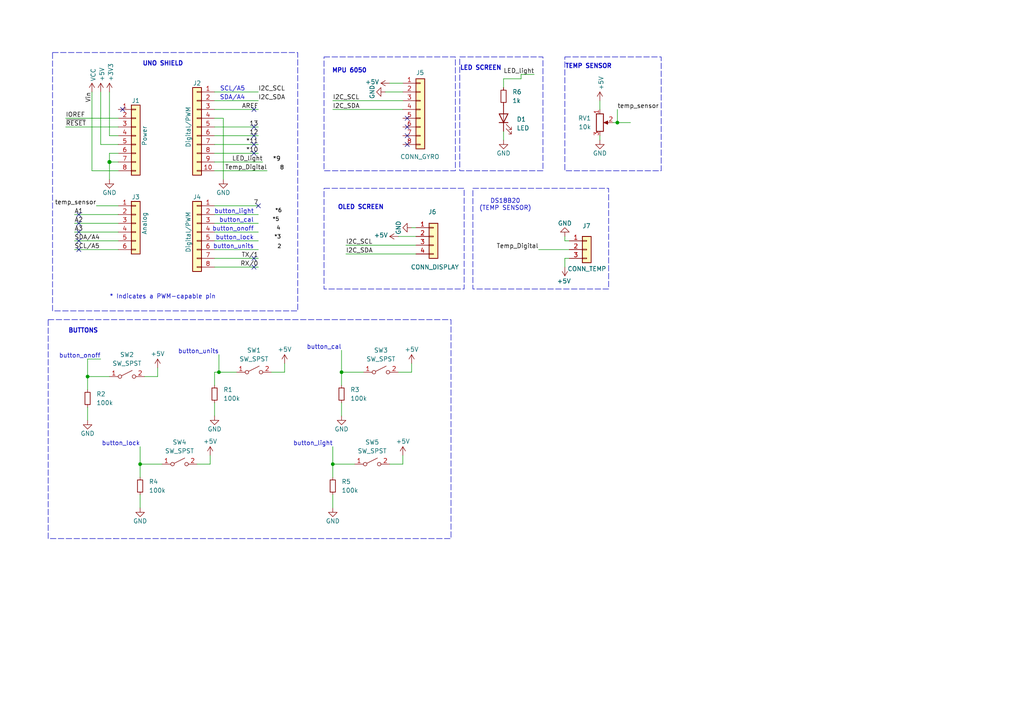
<source format=kicad_sch>
(kicad_sch (version 20231120) (generator "eeschema") (generator_version "8.0")
  (paper "A4")
  (title_block (title "Uno Shield ThermoPro") (date "mar. 31 mars 2015") (rev "1.0") (company "Abdullah Bohamad"))
  (lib_symbols
    (symbol "Connector_Generic:Conn_01x03" (pin_names (offset 1.016) hide)
      (property "Reference" "J" (at 0 5.08 0))
      (property "Value" "Conn_01x03" (at 0 -5.08 0))
      (symbol "Conn_01x03_1_1"
        (rectangle (start -1.27 -2.413) (end 0 -2.667) (stroke (width 0.1524)))
        (rectangle (start -1.27 0.127) (end 0 -0.127) (stroke (width 0.1524)))
        (rectangle (start -1.27 2.667) (end 0 2.413) (stroke (width 0.1524)))
        (rectangle (start -1.27 3.81) (end 1.27 -3.81) (stroke (width 0.254)) (fill (type background)))
        (pin passive line (at -5.08 2.54 0) (length 3.81) (name "Pin_1") (number "1"))
        (pin passive line (at -5.08 0 0) (length 3.81) (name "Pin_2") (number "2"))
        (pin passive line (at -5.08 -2.54 0) (length 3.81) (name "Pin_3") (number "3"))
      )
    )
    (symbol "Connector_Generic:Conn_01x04" (pin_names (offset 1.016) hide)
      (property "Reference" "J" (at 0 5.08 0))
      (property "Value" "Conn_01x04" (at 0 -7.62 0))
      (symbol "Conn_01x04_1_1"
        (rectangle (start -1.27 -4.953) (end 0 -5.207) (stroke (width 0.1524)))
        (rectangle (start -1.27 -2.413) (end 0 -2.667) (stroke (width 0.1524)))
        (rectangle (start -1.27 0.127) (end 0 -0.127) (stroke (width 0.1524)))
        (rectangle (start -1.27 2.667) (end 0 2.413) (stroke (width 0.1524)))
        (rectangle (start -1.27 3.81) (end 1.27 -6.35) (stroke (width 0.254)) (fill (type background)))
        (pin passive line (at -5.08 2.54 0) (length 3.81) (name "Pin_1") (number "1"))
        (pin passive line (at -5.08 0 0) (length 3.81) (name "Pin_2") (number "2"))
        (pin passive line (at -5.08 -2.54 0) (length 3.81) (name "Pin_3") (number "3"))
        (pin passive line (at -5.08 -5.08 0) (length 3.81) (name "Pin_4") (number "4"))
      )
    )
    (symbol "Connector_Generic:Conn_01x06" (pin_names (offset 1.016) hide)
      (property "Reference" "J" (at 0 7.62 0))
      (property "Value" "Conn_01x06" (at 0 -10.16 0))
      (symbol "Conn_01x06_1_1"
        (rectangle (start -1.27 -7.493) (end 0 -7.747) (stroke (width 0.1524)))
        (rectangle (start -1.27 -4.953) (end 0 -5.207) (stroke (width 0.1524)))
        (rectangle (start -1.27 -2.413) (end 0 -2.667) (stroke (width 0.1524)))
        (rectangle (start -1.27 0.127) (end 0 -0.127) (stroke (width 0.1524)))
        (rectangle (start -1.27 2.667) (end 0 2.413) (stroke (width 0.1524)))
        (rectangle (start -1.27 5.207) (end 0 4.953) (stroke (width 0.1524)))
        (rectangle (start -1.27 6.35) (end 1.27 -8.89) (stroke (width 0.254)) (fill (type background)))
        (pin passive line (at -5.08 5.08 0) (length 3.81) (name "Pin_1") (number "1"))
        (pin passive line (at -5.08 2.54 0) (length 3.81) (name "Pin_2") (number "2"))
        (pin passive line (at -5.08 0 0) (length 3.81) (name "Pin_3") (number "3"))
        (pin passive line (at -5.08 -2.54 0) (length 3.81) (name "Pin_4") (number "4"))
        (pin passive line (at -5.08 -5.08 0) (length 3.81) (name "Pin_5") (number "5"))
        (pin passive line (at -5.08 -7.62 0) (length 3.81) (name "Pin_6") (number "6"))
      )
    )
    (symbol "Connector_Generic:Conn_01x08" (pin_names (offset 1.016) hide)
      (property "Reference" "J" (at 0 10.16 0))
      (property "Value" "Conn_01x08" (at 0 -12.7 0))
      (symbol "Conn_01x08_1_1"
        (rectangle (start -1.27 -10.033) (end 0 -10.287) (stroke (width 0.1524)))
        (rectangle (start -1.27 -7.493) (end 0 -7.747) (stroke (width 0.1524)))
        (rectangle (start -1.27 -4.953) (end 0 -5.207) (stroke (width 0.1524)))
        (rectangle (start -1.27 -2.413) (end 0 -2.667) (stroke (width 0.1524)))
        (rectangle (start -1.27 0.127) (end 0 -0.127) (stroke (width 0.1524)))
        (rectangle (start -1.27 2.667) (end 0 2.413) (stroke (width 0.1524)))
        (rectangle (start -1.27 5.207) (end 0 4.953) (stroke (width 0.1524)))
        (rectangle (start -1.27 7.747) (end 0 7.493) (stroke (width 0.1524)))
        (rectangle (start -1.27 8.89) (end 1.27 -11.43) (stroke (width 0.254)) (fill (type background)))
        (pin passive line (at -5.08 7.62 0) (length 3.81) (name "Pin_1") (number "1"))
        (pin passive line (at -5.08 5.08 0) (length 3.81) (name "Pin_2") (number "2"))
        (pin passive line (at -5.08 2.54 0) (length 3.81) (name "Pin_3") (number "3"))
        (pin passive line (at -5.08 0 0) (length 3.81) (name "Pin_4") (number "4"))
        (pin passive line (at -5.08 -2.54 0) (length 3.81) (name "Pin_5") (number "5"))
        (pin passive line (at -5.08 -5.08 0) (length 3.81) (name "Pin_6") (number "6"))
        (pin passive line (at -5.08 -7.62 0) (length 3.81) (name "Pin_7") (number "7"))
        (pin passive line (at -5.08 -10.16 0) (length 3.81) (name "Pin_8") (number "8"))
      )
    )
    (symbol "Connector_Generic:Conn_01x10" (pin_names (offset 1.016) hide)
      (property "Reference" "J" (at 0 12.7 0))
      (property "Value" "Conn_01x10" (at 0 -15.24 0))
      (symbol "Conn_01x10_1_1"
        (rectangle (start -1.27 -12.573) (end 0 -12.827) (stroke (width 0.1524)))
        (rectangle (start -1.27 -10.033) (end 0 -10.287) (stroke (width 0.1524)))
        (rectangle (start -1.27 -7.493) (end 0 -7.747) (stroke (width 0.1524)))
        (rectangle (start -1.27 -4.953) (end 0 -5.207) (stroke (width 0.1524)))
        (rectangle (start -1.27 -2.413) (end 0 -2.667) (stroke (width 0.1524)))
        (rectangle (start -1.27 0.127) (end 0 -0.127) (stroke (width 0.1524)))
        (rectangle (start -1.27 2.667) (end 0 2.413) (stroke (width 0.1524)))
        (rectangle (start -1.27 5.207) (end 0 4.953) (stroke (width 0.1524)))
        (rectangle (start -1.27 7.747) (end 0 7.493) (stroke (width 0.1524)))
        (rectangle (start -1.27 10.287) (end 0 10.033) (stroke (width 0.1524)))
        (rectangle (start -1.27 11.43) (end 1.27 -13.97) (stroke (width 0.254)) (fill (type background)))
        (pin passive line (at -5.08 10.16 0) (length 3.81) (name "Pin_1") (number "1"))
        (pin passive line (at -5.08 -12.7 0) (length 3.81) (name "Pin_10") (number "10"))
        (pin passive line (at -5.08 7.62 0) (length 3.81) (name "Pin_2") (number "2"))
        (pin passive line (at -5.08 5.08 0) (length 3.81) (name "Pin_3") (number "3"))
        (pin passive line (at -5.08 2.54 0) (length 3.81) (name "Pin_4") (number "4"))
        (pin passive line (at -5.08 0 0) (length 3.81) (name "Pin_5") (number "5"))
        (pin passive line (at -5.08 -2.54 0) (length 3.81) (name "Pin_6") (number "6"))
        (pin passive line (at -5.08 -5.08 0) (length 3.81) (name "Pin_7") (number "7"))
        (pin passive line (at -5.08 -7.62 0) (length 3.81) (name "Pin_8") (number "8"))
        (pin passive line (at -5.08 -10.16 0) (length 3.81) (name "Pin_9") (number "9"))
      )
    )
    (symbol "Device:LED" (pin_numbers hide) (pin_names (offset 1.016) hide)
      (property "Reference" "D" (at 0 2.54 0))
      (property "Value" "LED" (at 0 -2.54 0))
      (symbol "LED_0_1"
        (polyline (pts (xy -1.27 -1.27) (xy -1.27 1.27)) (stroke (width 0.254)))
        (polyline (pts (xy -1.27 0) (xy 1.27 0)))
        (polyline (pts (xy 1.27 -1.27) (xy 1.27 1.27) (xy -1.27 0) (xy 1.27 -1.27)) (stroke (width 0.254)))
        (polyline (pts (xy -3.048 -0.762) (xy -4.572 -2.286) (xy -3.81 -2.286) (xy -4.572 -2.286) (xy -4.572 -1.524)))
        (polyline (pts (xy -1.778 -0.762) (xy -3.302 -2.286) (xy -2.54 -2.286) (xy -3.302 -2.286) (xy -3.302 -1.524)))
      )
      (symbol "LED_1_1"
        (pin passive line (at -3.81 0 0) (length 2.54) (name "K") (number "1"))
        (pin passive line (at 3.81 0 180) (length 2.54) (name "A") (number "2"))
      )
    )
    (symbol "Device:R_Potentiometer" (pin_names (offset 1.016) hide)
      (property "Reference" "RV" (at -4.445 0 90))
      (property "Value" "R_Potentiometer" (at -2.54 0 90))
      (symbol "R_Potentiometer_0_1"
        (polyline (pts (xy 2.54 0) (xy 1.524 0)))
        (polyline (pts (xy 1.143 0) (xy 2.286 0.508) (xy 2.286 -0.508) (xy 1.143 0)) (fill (type outline)))
        (rectangle (start 1.016 2.54) (end -1.016 -2.54) (stroke (width 0.254)))
      )
      (symbol "R_Potentiometer_1_1"
        (pin passive line (at 0 3.81 270) (length 1.27) (name "1") (number "1"))
        (pin passive line (at 3.81 0 180) (length 1.27) (name "2") (number "2"))
        (pin passive line (at 0 -3.81 90) (length 1.27) (name "3") (number "3"))
      )
    )
    (symbol "Device:R_Small" (pin_numbers hide) (pin_names (offset 0.254) hide)
      (property "Reference" "R" (at 0.762 0.508 0))
      (property "Value" "R_Small" (at 0.762 -1.016 0))
      (symbol "R_Small_0_1"
        (rectangle (start -0.762 1.778) (end 0.762 -1.778) (stroke (width 0.2032)))
      )
      (symbol "R_Small_1_1"
        (pin passive line (at 0 2.54 270) (length 0.762) (name "~") (number "1"))
        (pin passive line (at 0 -2.54 90) (length 0.762) (name "~") (number "2"))
      )
    )
    (symbol "Switch:SW_SPST" (pin_names (offset 0) hide)
      (property "Reference" "SW" (at 0 3.175 0))
      (property "Value" "SW_SPST" (at 0 -2.54 0))
      (symbol "SW_SPST_0_0"
        (circle (center -2.032 0) (radius 0.508))
        (polyline (pts (xy -1.524 0.254) (xy 1.524 1.778)))
        (circle (center 2.032 0) (radius 0.508))
      )
      (symbol "SW_SPST_1_1"
        (pin passive line (at -5.08 0 0) (length 2.54) (name "A") (number "1"))
        (pin passive line (at 5.08 0 180) (length 2.54) (name "B") (number "2"))
      )
    )
    (symbol "power:+3V3" (power) (pin_names (offset 0))
      (property "Value" "+3V3" (at 0 3.556 0))
      (symbol "+3V3_0_1"
        (polyline (pts (xy -0.762 1.27) (xy 0 2.54)))
        (polyline (pts (xy 0 0) (xy 0 2.54)))
        (polyline (pts (xy 0 2.54) (xy 0.762 1.27)))
      )
      (symbol "+3V3_1_1"
        (pin power_in line (at 0 0 90) (length 0) hide (name "+3V3") (number "1"))
      )
    )
    (symbol "power:+5V" (power) (pin_names (offset 0))
      (property "Value" "+5V" (at 0 3.556 0))
      (symbol "+5V_0_1"
        (polyline (pts (xy -0.762 1.27) (xy 0 2.54)))
        (polyline (pts (xy 0 0) (xy 0 2.54)))
        (polyline (pts (xy 0 2.54) (xy 0.762 1.27)))
      )
      (symbol "+5V_1_1"
        (pin power_in line (at 0 0 90) (length 0) hide (name "+5V") (number "1"))
      )
    )
    (symbol "power:GND" (power) (pin_names (offset 0))
      (property "Value" "GND" (at 0 -3.81 0))
      (symbol "GND_0_1"
        (polyline (pts (xy 0 0) (xy 0 -1.27) (xy 1.27 -1.27) (xy 0 -2.54) (xy -1.27 -1.27) (xy 0 -1.27)))
      )
      (symbol "GND_1_1"
        (pin power_in line (at 0 0 270) (length 0) hide (name "GND") (number "1"))
      )
    )
    (symbol "power:VCC" (power) (pin_names (offset 0))
      (property "Value" "VCC" (at 0 3.81 0))
      (symbol "VCC_0_1"
        (polyline (pts (xy -0.762 1.27) (xy 0 2.54)))
        (polyline (pts (xy 0 0) (xy 0 2.54)))
        (polyline (pts (xy 0 2.54) (xy 0.762 1.27)))
      )
      (symbol "VCC_1_1"
        (pin power_in line (at 0 0 90) (length 0) hide (name "VCC") (number "1"))
      )
    )
  )
  (junction (at 40.64 134.62))
  (junction (at 31.75 46.99) (diameter 1.016))
  (junction (at 96.52 134.62))
  (junction (at 25.4 109.22))
  (junction (at 179.07 35.56))
  (junction (at 63.5 107.95))
  (junction (at 99.06 107.95))
  (no_connect (at 22.86 72.39))
  (no_connect (at 73.66 44.45))
  (no_connect (at 74.93 59.69))
  (no_connect (at 73.66 36.83))
  (no_connect (at 118.11 39.37))
  (no_connect (at 73.66 39.37))
  (no_connect (at 73.66 31.75))
  (no_connect (at 22.86 62.23))
  (no_connect (at 73.66 77.47))
  (no_connect (at 22.86 67.31))
  (no_connect (at 118.11 36.83))
  (no_connect (at 118.11 34.29))
  (no_connect (at 73.66 41.91))
  (no_connect (at 35.56 31.75))
  (no_connect (at 118.11 41.91))
  (no_connect (at 22.86 69.85))
  (no_connect (at 73.66 74.93))
  (no_connect (at 22.86 64.77))
  (wire (pts (xy 62.23 77.47) (xy 74.93 77.47)))
  (wire (pts (xy 165.1 74.93) (xy 163.83 74.93)))
  (wire (pts (xy 151.13 21.59) (xy 151.13 22.86)))
  (wire (pts (xy 25.4 118.11) (xy 25.4 121.92)))
  (wire (pts (xy 100.33 71.12) (xy 120.65 71.12)))
  (wire (pts (xy 31.75 109.22) (xy 25.4 109.22)))
  (wire (pts (xy 62.23 44.45) (xy 74.93 44.45)))
  (wire (pts (xy 119.38 66.04) (xy 120.65 66.04)))
  (wire (pts (xy 62.23 107.95) (xy 62.23 111.76)))
  (wire (pts (xy 62.23 26.67) (xy 74.93 26.67)))
  (wire (pts (xy 111.76 26.67) (xy 116.84 26.67)))
  (wire (pts (xy 96.52 143.51) (xy 96.52 147.32)))
  (wire (pts (xy 82.55 107.95) (xy 82.55 105.41)))
  (wire (pts (xy 102.87 134.62) (xy 96.52 134.62)))
  (wire (pts (xy 31.75 44.45) (xy 31.75 46.99)))
  (wire (pts (xy 99.06 116.84) (xy 99.06 120.65)))
  (wire (pts (xy 21.59 72.39) (xy 34.29 72.39)))
  (wire (pts (xy 78.74 107.95) (xy 82.55 107.95)))
  (wire (pts (xy 40.64 129.54) (xy 40.64 134.62)))
  (wire (pts (xy 154.94 21.59) (xy 151.13 21.59)))
  (wire (pts (xy 31.75 46.99) (xy 31.75 52.07)))
  (wire (pts (xy 163.83 69.85) (xy 163.83 68.58)))
  (wire (pts (xy 31.75 39.37) (xy 34.29 39.37)))
  (wire (pts (xy 29.21 41.91) (xy 34.29 41.91)))
  (wire (pts (xy 29.21 26.67) (xy 29.21 41.91)))
  (wire (pts (xy 41.91 109.22) (xy 45.72 109.22)))
  (wire (pts (xy 177.8 35.56) (xy 179.07 35.56)))
  (wire (pts (xy 62.23 36.83) (xy 74.93 36.83)))
  (wire (pts (xy 31.75 26.67) (xy 31.75 39.37)))
  (wire (pts (xy 62.23 59.69) (xy 74.93 59.69)))
  (wire (pts (xy 62.23 39.37) (xy 74.93 39.37)))
  (wire (pts (xy 62.23 62.23) (xy 74.93 62.23)))
  (wire (pts (xy 163.83 74.93) (xy 163.83 77.47)))
  (wire (pts (xy 62.23 107.95) (xy 63.5 107.95)))
  (wire (pts (xy 156.21 72.39) (xy 165.1 72.39)))
  (wire (pts (xy 25.4 104.14) (xy 25.4 109.22)))
  (wire (pts (xy 116.84 31.75) (xy 96.52 31.75)))
  (wire (pts (xy 57.15 134.62) (xy 60.96 134.62)))
  (wire (pts (xy 62.23 46.99) (xy 76.2 46.99)))
  (wire (pts (xy 46.99 134.62) (xy 40.64 134.62)))
  (wire (pts (xy 63.5 107.95) (xy 68.58 107.95)))
  (wire (pts (xy 45.72 109.22) (xy 45.72 106.68)))
  (wire (pts (xy 62.23 67.31) (xy 74.93 67.31)))
  (wire (pts (xy 96.52 134.62) (xy 96.52 138.43)))
  (wire (pts (xy 165.1 69.85) (xy 163.83 69.85)))
  (wire (pts (xy 179.07 35.56) (xy 179.07 31.75)))
  (wire (pts (xy 19.05 34.29) (xy 34.29 34.29)))
  (wire (pts (xy 146.05 38.1) (xy 146.05 40.64)))
  (wire (pts (xy 64.77 34.29) (xy 64.77 52.07)))
  (wire (pts (xy 173.99 29.21) (xy 173.99 31.75)))
  (wire (pts (xy 62.23 31.75) (xy 74.93 31.75)))
  (wire (pts (xy 60.96 134.62) (xy 60.96 132.08)))
  (wire (pts (xy 63.5 102.87) (xy 63.5 107.95)))
  (wire (pts (xy 25.4 109.22) (xy 25.4 113.03)))
  (wire (pts (xy 62.23 116.84) (xy 62.23 120.65)))
  (wire (pts (xy 34.29 64.77) (xy 21.59 64.77)))
  (wire (pts (xy 19.05 36.83) (xy 34.29 36.83)))
  (wire (pts (xy 146.05 25.4) (xy 146.05 22.86)))
  (wire (pts (xy 34.29 46.99) (xy 31.75 46.99)))
  (wire (pts (xy 29.21 104.14) (xy 25.4 104.14)))
  (wire (pts (xy 34.29 49.53) (xy 26.67 49.53)))
  (wire (pts (xy 96.52 129.54) (xy 96.52 134.62)))
  (wire (pts (xy 21.59 62.23) (xy 34.29 62.23)))
  (wire (pts (xy 96.52 29.21) (xy 116.84 29.21)))
  (wire (pts (xy 105.41 107.95) (xy 99.06 107.95)))
  (wire (pts (xy 146.05 22.86) (xy 151.13 22.86)))
  (wire (pts (xy 62.23 34.29) (xy 64.77 34.29)))
  (wire (pts (xy 34.29 44.45) (xy 31.75 44.45)))
  (wire (pts (xy 115.57 68.58) (xy 120.65 68.58)))
  (wire (pts (xy 62.23 41.91) (xy 74.93 41.91)))
  (wire (pts (xy 62.23 64.77) (xy 74.93 64.77)))
  (wire (pts (xy 21.59 67.31) (xy 34.29 67.31)))
  (wire (pts (xy 40.64 134.62) (xy 40.64 138.43)))
  (wire (pts (xy 115.57 107.95) (xy 119.38 107.95)))
  (wire (pts (xy 62.23 29.21) (xy 74.93 29.21)))
  (wire (pts (xy 99.06 107.95) (xy 99.06 111.76)))
  (wire (pts (xy 62.23 72.39) (xy 74.93 72.39)))
  (wire (pts (xy 99.06 101.6) (xy 99.06 107.95)))
  (wire (pts (xy 40.64 143.51) (xy 40.64 147.32)))
  (wire (pts (xy 62.23 69.85) (xy 74.93 69.85)))
  (wire (pts (xy 119.38 107.95) (xy 119.38 105.41)))
  (wire (pts (xy 173.99 39.37) (xy 173.99 40.64)))
  (wire (pts (xy 120.65 73.66) (xy 100.33 73.66)))
  (wire (pts (xy 116.84 134.62) (xy 116.84 132.08)))
  (wire (pts (xy 179.07 35.56) (xy 182.88 35.56)))
  (wire (pts (xy 27.94 59.69) (xy 34.29 59.69)))
  (wire (pts (xy 62.23 74.93) (xy 74.93 74.93)))
  (wire (pts (xy 26.67 49.53) (xy 26.67 26.67)))
  (wire (pts (xy 113.03 134.62) (xy 116.84 134.62)))
  (wire (pts (xy 34.29 69.85) (xy 21.59 69.85)))
  (wire (pts (xy 113.03 24.13) (xy 116.84 24.13)))
  (wire (pts (xy 62.23 49.53) (xy 77.47 49.53)))
  (rectangle (start 13.97 92.71) (end 130.81 156.21) (stroke (width 0) (type dash)))
  (rectangle (start 93.98 16.51) (end 132.08 49.53) (stroke (width 0) (type dash)))
  (rectangle (start 93.98 54.61) (end 134.62 83.82) (stroke (width 0) (type dash)))
  (rectangle (start 163.83 16.51) (end 191.77 49.53) (stroke (width 0) (type dash)))
  (rectangle (start 33.02 156.21) (end 33.02 156.21))
  (rectangle (start 133.35 16.51) (end 157.48 49.53) (stroke (width 0) (type dash)))
  (rectangle (start 137.16 54.61) (end 176.53 83.82) (stroke (width 0) (type dash)))
  (rectangle (start 33.02 156.21) (end 33.02 156.21))
  (rectangle (start 15.24 15.24) (end 86.36 90.17) (stroke (width 0) (type dash)))
  (text "*3" (at 80.518 68.834 0) (effects (font (size 1.0922 1.0922) (thickness 0.1588))))
  (text "OLED SCREEN" (at 104.648 60.198 0) (effects (font (size 1.27 1.27) (thickness 0.254) (bold yes))))
  (text "TEMP SENSOR" (at 170.688 19.304 0) (effects (font (size 1.27 1.27) (thickness 0.254) (bold yes))))
  (text "UNO SHIELD" (at 47.244 18.542 0) (effects (font (size 1.27 1.27) (thickness 0.254) (bold yes))))
  (text "8" (at 81.788 48.768 0) (effects (font (size 1.143 1.143))))
  (text "MPU 6050" (at 101.346 20.574 0) (effects (font (size 1.27 1.27) (thickness 0.254) (bold yes))))
  (text "*5" (at 80.01 63.754 0) (effects (font (size 1.0922 1.0922) (thickness 0.1588))))
  (text "*9" (at 80.264 46.228 0) (effects (font (size 1.27 1.27) (thickness 0.1588))))
  (text "LED SCREEN" (at 139.446 19.812 0) (effects (font (size 1.27 1.27) (thickness 0.254) (bold yes))))
  (text "4" (at 80.772 66.294 0) (effects (font (size 1.0922 1.0922) (thickness 0.1588))))
  (text "DS18B20\n(TEMP SENSOR)" (at 146.558 59.436 0) (effects (font (size 1.27 1.27))))
  (text "* Indicates a PWM-capable pin" (at 31.75 86.868 0) (effects (font (size 1.27 1.27)) (justify left bottom)))
  (text "BUTTONS" (at 24.13 96.012 0) (effects (font (size 1.27 1.27) (thickness 0.254) (bold yes))))
  (text "*6" (at 80.772 61.214 0) (effects (font (size 1.0922 1.0922) (thickness 0.1588))))
  (text "2\n" (at 81.026 71.628 0) (effects (font (size 1.0922 1.0922) (thickness 0.1588))))
  (label "RX{slash}0" (at 74.93 77.47 180))
  (label "A2" (at 21.59 64.77 0))
  (label "I2C_SDA" (at 74.93 29.21 0))
  (label "button_onoff" (at 73.66 67.31 180))
  (label "button_units" (at 73.66 72.39 180))
  (label "A3" (at 21.59 67.31 0))
  (label "I2C_SDA" (at 96.52 31.75 0))
  (label "13" (at 74.93 36.83 180))
  (label "12" (at 74.93 39.37 180))
  (label "button_lock" (at 40.64 129.54 180))
  (label "button_light" (at 96.52 129.54 180))
  (label "~{RESET}" (at 19.05 36.83 0))
  (label "*10" (at 74.93 44.45 180))
  (label "Temp_Digital" (at 156.21 72.39 180))
  (label "button_units" (at 63.5 102.87 180))
  (label "7" (at 74.93 59.69 180))
  (label "SDA{slash}A4" (at 71.12 29.21 180))
  (label "Temp_Digital" (at 77.47 49.53 180))
  (label "*11" (at 74.93 41.91 180))
  (label "I2C_SDA" (at 100.33 73.66 0))
  (label "button_lock" (at 73.66 69.85 180))
  (label "I2C_SCL" (at 74.93 26.67 0))
  (label "A1" (at 21.59 62.23 0))
  (label "TX{slash}1" (at 74.93 74.93 180))
  (label "button_onoff" (at 29.21 104.14 180))
  (label "button_cal" (at 99.06 101.6 180))
  (label "temp_sensor" (at 27.94 59.69 180))
  (label "AREF" (at 74.93 31.75 180))
  (label "Vin" (at 26.67 26.67 270))
  (label "LED_light" (at 154.94 21.59 180))
  (label "temp_sensor" (at 179.07 31.75 0))
  (label "button_light" (at 73.66 62.23 180))
  (label "SCL{slash}A5" (at 71.12 26.67 180))
  (label "LED_light" (at 76.2 46.99 180))
  (label "button_cal" (at 73.66 64.77 180))
  (label "IOREF" (at 19.05 34.29 0))
  (label "SDA{slash}A4" (at 21.59 69.85 0))
  (label "SCL{slash}A5" (at 21.59 72.39 0))
  (label "I2C_SCL" (at 96.52 29.21 0))
  (label "I2C_SCL" (at 100.33 71.12 0))
  (symbol (lib_id "Connector_Generic:Conn_01x08") (at 39.37 39.37 0) (unit 1)
    (property "Reference" "J1" (at 39.37 29.21 0))
    (property "Value" "Power" (at 41.91 39.37 90))
    (property "Footprint" "Connector_PinSocket_2.54mm:PinSocket_1x08_P2.54mm_Vertical" (effects (hide yes)))
  )
  (symbol (lib_id "power:+3V3") (at 31.75 26.67 0) (unit 1)
    (property "Reference" "#PWR03" (effects (hide yes)))
    (property "Value" "+3V3" (at 32.131 23.622 90) (effects (justify left)))
  )
  (symbol (lib_id "power:+5V") (at 29.21 26.67 0) (unit 1)
    (property "Reference" "#PWR02" (effects (hide yes)))
    (property "Value" "+5V" (at 29.5656 23.622 90) (effects (justify left)))
  )
  (symbol (lib_id "power:GND") (at 31.75 52.07 0) (unit 1)
    (property "Reference" "#PWR04" (effects (hide yes)))
    (property "Value" "GND" (at 31.75 55.88 0))
  )
  (symbol (lib_id "Connector_Generic:Conn_01x10") (at 57.15 36.83 0) (mirror y) (unit 1)
    (property "Reference" "J2" (at 57.15 24.13 0))
    (property "Value" "Digital/PWM" (at 54.61 36.83 90))
    (property "Footprint" "Connector_PinSocket_2.54mm:PinSocket_1x10_P2.54mm_Vertical" (effects (hide yes)))
  )
  (symbol (lib_id "power:GND") (at 64.77 52.07 0) (unit 1)
    (property "Reference" "#PWR05" (effects (hide yes)))
    (property "Value" "GND" (at 64.77 55.88 0))
  )
  (symbol (lib_id "Connector_Generic:Conn_01x06") (at 39.37 64.77 0) (unit 1)
    (property "Reference" "J3" (at 39.37 57.15 0))
    (property "Value" "Analog" (at 41.91 64.77 90))
    (property "Footprint" "Connector_PinSocket_2.54mm:PinSocket_1x06_P2.54mm_Vertical" (effects (hide yes)))
  )
  (symbol (lib_id "Connector_Generic:Conn_01x08") (at 57.15 67.31 0) (mirror y) (unit 1)
    (property "Reference" "J4" (at 57.15 57.15 0))
    (property "Value" "Digital/PWM" (at 54.61 67.31 90))
    (property "Footprint" "Connector_PinSocket_2.54mm:PinSocket_1x08_P2.54mm_Vertical" (effects (hide yes)))
  )
  (symbol (lib_id "Device:R_Small") (at 96.52 140.97 0) (unit 1)
    (property "Reference" "R5" (at 99.06 139.6999 0) (effects (justify left)))
    (property "Value" "100k" (at 99.06 142.2399 0) (effects (justify left)))
    (property "Footprint" "Resistor_THT:R_Axial_DIN0411_L9.9mm_D3.6mm_P15.24mm_Horizontal" (effects (hide yes)))
    (property "Description" "Resistor, small symbol" (effects (hide yes)))
  )
  (symbol (lib_id "Device:R_Small") (at 62.23 114.3 0) (unit 1)
    (property "Reference" "R1" (at 64.77 113.0299 0) (effects (justify left)))
    (property "Value" "100k" (at 64.77 115.5699 0) (effects (justify left)))
    (property "Footprint" "Resistor_THT:R_Axial_DIN0411_L9.9mm_D3.6mm_P15.24mm_Horizontal" (effects (hide yes)))
    (property "Description" "Resistor, small symbol" (effects (hide yes)))
  )
  (symbol (lib_id "power:+5V") (at 82.55 105.41 0) (unit 1)
    (property "Reference" "#PWR010" (effects (hide yes)))
    (property "Value" "+5V" (at 80.518 101.346 0) (effects (justify left)))
  )
  (symbol (lib_id "power:GND") (at 96.52 147.32 0) (unit 1)
    (property "Reference" "#PWR018" (effects (hide yes)))
    (property "Value" "GND" (at 96.52 151.13 0))
  )
  (symbol (lib_id "power:GND") (at 146.05 40.64 0) (unit 1)
    (property "Reference" "#PWR020" (effects (hide yes)))
    (property "Value" "GND" (at 146.05 44.45 0))
  )
  (symbol (lib_id "power:+5V") (at 119.38 105.41 0) (unit 1)
    (property "Reference" "#PWR015" (effects (hide yes)))
    (property "Value" "+5V" (at 117.348 101.346 0) (effects (justify left)))
  )
  (symbol (lib_id "Device:R_Small") (at 40.64 140.97 0) (unit 1)
    (property "Reference" "R4" (at 43.18 139.6999 0) (effects (justify left)))
    (property "Value" "100k" (at 43.18 142.2399 0) (effects (justify left)))
    (property "Footprint" "Resistor_THT:R_Axial_DIN0411_L9.9mm_D3.6mm_P15.24mm_Horizontal" (effects (hide yes)))
    (property "Description" "Resistor, small symbol" (effects (hide yes)))
  )
  (symbol (lib_id "Switch:SW_SPST") (at 52.07 134.62 0) (unit 1)
    (property "Reference" "SW4" (at 52.07 128.27 0))
    (property "Value" "SW_SPST" (at 52.07 130.81 0))
    (property "Footprint" "Button_Switch_THT:SW_PUSH_6mm" (effects (hide yes)))
    (property "Description" "Single Pole Single Throw (SPST) switch" (effects (hide yes)))
  )
  (symbol (lib_id "Connector_Generic:Conn_01x04") (at 125.73 68.58 0) (unit 1)
    (property "Reference" "J6" (at 124.206 61.468 0) (effects (justify left)))
    (property "Value" "CONN_DISPLAY" (at 119.126 77.47 0) (effects (justify left)))
    (property "Footprint" "Connector_PinSocket_2.54mm:PinSocket_1x04_P2.54mm_Vertical" (effects (hide yes)))
    (property "Description" "Generic connector, single row, 01x04, script generated (kicad-library-utils/schlib/autogen/connector/)" (effects (hide yes)))
  )
  (symbol (lib_id "power:GND") (at 25.4 121.92 0) (unit 1)
    (property "Reference" "#PWR012" (effects (hide yes)))
    (property "Value" "GND" (at 25.4 125.73 0))
  )
  (symbol (lib_id "Device:R_Small") (at 25.4 115.57 0) (unit 1)
    (property "Reference" "R2" (at 27.94 114.2999 0) (effects (justify left)))
    (property "Value" "100k" (at 27.94 116.8399 0) (effects (justify left)))
    (property "Footprint" "Resistor_THT:R_Axial_DIN0411_L9.9mm_D3.6mm_P15.24mm_Horizontal" (effects (hide yes)))
    (property "Description" "Resistor, small symbol" (effects (hide yes)))
  )
  (symbol (lib_id "power:VCC") (at 26.67 26.67 0) (unit 1)
    (property "Reference" "#PWR01" (effects (hide yes)))
    (property "Value" "VCC" (at 27.051 23.622 90) (effects (justify left)))
  )
  (symbol (lib_id "Switch:SW_SPST") (at 110.49 107.95 0) (unit 1)
    (property "Reference" "SW3" (at 110.49 101.6 0))
    (property "Value" "SW_SPST" (at 110.49 104.14 0))
    (property "Footprint" "Button_Switch_THT:SW_PUSH_6mm" (effects (hide yes)))
    (property "Description" "Single Pole Single Throw (SPST) switch" (effects (hide yes)))
  )
  (symbol (lib_id "power:+5V") (at 113.03 24.13 90) (unit 1)
    (property "Reference" "#PWR07" (effects (hide yes)))
    (property "Value" "+5V" (at 109.982 23.7744 90) (effects (justify left)))
  )
  (symbol (lib_id "power:GND") (at 62.23 120.65 0) (unit 1)
    (property "Reference" "#PWR011" (effects (hide yes)))
    (property "Value" "GND" (at 62.23 124.46 0))
  )
  (symbol (lib_id "Device:R_Small") (at 99.06 114.3 0) (unit 1)
    (property "Reference" "R3" (at 101.6 113.0299 0) (effects (justify left)))
    (property "Value" "100k" (at 101.6 115.5699 0) (effects (justify left)))
    (property "Footprint" "Resistor_THT:R_Axial_DIN0411_L9.9mm_D3.6mm_P15.24mm_Horizontal" (effects (hide yes)))
    (property "Description" "Resistor, small symbol" (effects (hide yes)))
  )
  (symbol (lib_id "power:+5V") (at 116.84 132.08 0) (unit 1)
    (property "Reference" "#PWR019" (effects (hide yes)))
    (property "Value" "+5V" (at 114.808 128.016 0) (effects (justify left)))
  )
  (symbol (lib_id "power:GND") (at 119.38 66.04 270) (unit 1)
    (property "Reference" "#PWR08" (effects (hide yes)))
    (property "Value" "GND" (at 115.57 66.04 0))
  )
  (symbol (lib_id "power:+5V") (at 163.83 77.47 180) (unit 1)
    (property "Reference" "#PWR023" (effects (hide yes)))
    (property "Value" "+5V" (at 165.608 81.534 0) (effects (justify left)))
  )
  (symbol (lib_id "Switch:SW_SPST") (at 107.95 134.62 0) (unit 1)
    (property "Reference" "SW5" (at 107.95 128.27 0))
    (property "Value" "SW_SPST" (at 107.95 130.81 0))
    (property "Footprint" "Button_Switch_THT:SW_PUSH_6mm" (effects (hide yes)))
    (property "Description" "Single Pole Single Throw (SPST) switch" (effects (hide yes)))
  )
  (symbol (lib_id "Device:R_Potentiometer") (at 173.99 35.56 0) (unit 1)
    (property "Reference" "RV1" (at 171.45 34.2899 0) (effects (justify right)))
    (property "Value" "10k" (at 171.45 36.8299 0) (effects (justify right)))
    (property "Footprint" "Potentiometer_THT:Potentiometer_Bourns_3386P_Vertical" (effects (hide yes)))
    (property "Description" "Potentiometer" (effects (hide yes)))
  )
  (symbol (lib_id "power:+5V") (at 45.72 106.68 0) (unit 1)
    (property "Reference" "#PWR013" (effects (hide yes)))
    (property "Value" "+5V" (at 43.688 102.616 0) (effects (justify left)))
  )
  (symbol (lib_id "power:+5V") (at 115.57 68.58 90) (unit 1)
    (property "Reference" "#PWR09" (effects (hide yes)))
    (property "Value" "+5V" (at 112.522 68.2244 90) (effects (justify left)))
  )
  (symbol (lib_id "Switch:SW_SPST") (at 36.83 109.22 0) (unit 1)
    (property "Reference" "SW2" (at 36.83 102.87 0))
    (property "Value" "SW_SPST" (at 36.83 105.41 0))
    (property "Footprint" "Button_Switch_THT:SW_PUSH_6mm" (effects (hide yes)))
    (property "Description" "Single Pole Single Throw (SPST) switch" (effects (hide yes)))
  )
  (symbol (lib_id "power:GND") (at 40.64 147.32 0) (unit 1)
    (property "Reference" "#PWR016" (effects (hide yes)))
    (property "Value" "GND" (at 40.64 151.13 0))
  )
  (symbol (lib_id "Switch:SW_SPST") (at 73.66 107.95 0) (unit 1)
    (property "Reference" "SW1" (at 73.66 101.6 0))
    (property "Value" "SW_SPST" (at 73.66 104.14 0))
    (property "Footprint" "Button_Switch_THT:SW_PUSH_6mm" (effects (hide yes)))
    (property "Description" "Single Pole Single Throw (SPST) switch" (effects (hide yes)))
  )
  (symbol (lib_id "Device:R_Small") (at 146.05 27.94 0) (unit 1)
    (property "Reference" "R6" (at 148.59 26.6699 0) (effects (justify left)))
    (property "Value" "1k" (at 148.59 29.2099 0) (effects (justify left)))
    (property "Footprint" "Resistor_THT:R_Axial_DIN0411_L9.9mm_D3.6mm_P15.24mm_Horizontal" (effects (hide yes)))
    (property "Description" "Resistor, small symbol" (effects (hide yes)))
  )
  (symbol (lib_id "power:GND") (at 99.06 120.65 0) (unit 1)
    (property "Reference" "#PWR014" (effects (hide yes)))
    (property "Value" "GND" (at 99.06 124.46 0))
  )
  (symbol (lib_id "Connector_Generic:Conn_01x08") (at 121.92 31.75 0) (unit 1)
    (property "Reference" "J5" (at 120.65 21.082 0) (effects (justify left)))
    (property "Value" "CONN_GYRO" (at 116.078 45.466 0) (effects (justify left)))
    (property "Footprint" "Connector_PinSocket_2.54mm:PinSocket_1x08_P2.54mm_Vertical" (effects (hide yes)))
    (property "Description" "Generic connector, single row, 01x08, script generated (kicad-library-utils/schlib/autogen/connector/)" (effects (hide yes)))
  )
  (symbol (lib_id "power:+5V") (at 60.96 132.08 0) (unit 1)
    (property "Reference" "#PWR017" (effects (hide yes)))
    (property "Value" "+5V" (at 58.928 128.016 0) (effects (justify left)))
  )
  (symbol (lib_id "Device:LED") (at 146.05 34.29 90) (unit 1)
    (property "Reference" "D1" (at 149.86 34.6074 90) (effects (justify right)))
    (property "Value" "LED" (at 149.86 37.1474 90) (effects (justify right)))
    (property "Footprint" "LED_THT:LED_D5.0mm" (effects (hide yes)))
    (property "Description" "Light emitting diode" (effects (hide yes)))
  )
  (symbol (lib_id "power:GND") (at 163.83 68.58 180) (unit 1)
    (property "Reference" "#PWR024" (effects (hide yes)))
    (property "Value" "GND" (at 163.83 64.77 0))
  )
  (symbol (lib_id "power:GND") (at 173.99 40.64 0) (unit 1)
    (property "Reference" "#PWR021" (effects (hide yes)))
    (property "Value" "GND" (at 173.99 44.45 0))
  )
  (symbol (lib_id "power:+5V") (at 173.99 29.21 0) (unit 1)
    (property "Reference" "#PWR022" (effects (hide yes)))
    (property "Value" "+5V" (at 174.3456 26.162 90) (effects (justify left)))
  )
  (symbol (lib_id "power:GND") (at 111.76 26.67 270) (unit 1)
    (property "Reference" "#PWR06" (effects (hide yes)))
    (property "Value" "GND" (at 107.95 26.67 0))
  )
  (symbol (lib_id "Connector_Generic:Conn_01x03") (at 170.18 72.39 0) (unit 1)
    (property "Reference" "J7" (at 168.91 65.532 0) (effects (justify left)))
    (property "Value" "CONN_TEMP" (at 164.592 77.978 0) (effects (justify left)))
    (property "Footprint" "Connector_JST:JST_XH_B3B-XH-A_1x03_P2.50mm_Vertical" (effects (hide yes)))
    (property "Description" "Generic connector, single row, 01x03, script generated (kicad-library-utils/schlib/autogen/connector/)" (effects (hide yes)))
  )
)
</source>
